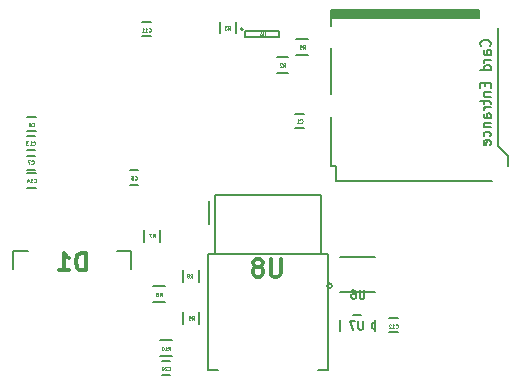
<source format=gbr>
G04 #@! TF.FileFunction,Legend,Bot*
%FSLAX46Y46*%
G04 Gerber Fmt 4.6, Leading zero omitted, Abs format (unit mm)*
G04 Created by KiCad (PCBNEW 4.0.2-stable) date 6/7/2016 9:19:05 AM*
%MOMM*%
G01*
G04 APERTURE LIST*
%ADD10C,0.100000*%
%ADD11C,0.300000*%
%ADD12C,0.175000*%
%ADD13C,0.075000*%
%ADD14C,0.150000*%
%ADD15C,0.177800*%
%ADD16C,0.152400*%
%ADD17C,0.200000*%
%ADD18C,0.203200*%
G04 APERTURE END LIST*
D10*
D11*
X65802857Y-80938571D02*
X65802857Y-82152857D01*
X65731429Y-82295714D01*
X65660000Y-82367143D01*
X65517143Y-82438571D01*
X65231429Y-82438571D01*
X65088571Y-82367143D01*
X65017143Y-82295714D01*
X64945714Y-82152857D01*
X64945714Y-80938571D01*
X64017142Y-81581429D02*
X64160000Y-81510000D01*
X64231428Y-81438571D01*
X64302857Y-81295714D01*
X64302857Y-81224286D01*
X64231428Y-81081429D01*
X64160000Y-81010000D01*
X64017142Y-80938571D01*
X63731428Y-80938571D01*
X63588571Y-81010000D01*
X63517142Y-81081429D01*
X63445714Y-81224286D01*
X63445714Y-81295714D01*
X63517142Y-81438571D01*
X63588571Y-81510000D01*
X63731428Y-81581429D01*
X64017142Y-81581429D01*
X64160000Y-81652857D01*
X64231428Y-81724286D01*
X64302857Y-81867143D01*
X64302857Y-82152857D01*
X64231428Y-82295714D01*
X64160000Y-82367143D01*
X64017142Y-82438571D01*
X63731428Y-82438571D01*
X63588571Y-82367143D01*
X63517142Y-82295714D01*
X63445714Y-82152857D01*
X63445714Y-81867143D01*
X63517142Y-81724286D01*
X63588571Y-81652857D01*
X63731428Y-81581429D01*
X49307142Y-81908571D02*
X49307142Y-80408571D01*
X48949999Y-80408571D01*
X48735714Y-80480000D01*
X48592856Y-80622857D01*
X48521428Y-80765714D01*
X48449999Y-81051429D01*
X48449999Y-81265714D01*
X48521428Y-81551429D01*
X48592856Y-81694286D01*
X48735714Y-81837143D01*
X48949999Y-81908571D01*
X49307142Y-81908571D01*
X47021428Y-81908571D02*
X47878571Y-81908571D01*
X47449999Y-81908571D02*
X47449999Y-80408571D01*
X47592856Y-80622857D01*
X47735714Y-80765714D01*
X47878571Y-80837143D01*
D12*
X72873333Y-83606667D02*
X72873333Y-84173333D01*
X72840000Y-84240000D01*
X72806667Y-84273333D01*
X72740000Y-84306667D01*
X72606667Y-84306667D01*
X72540000Y-84273333D01*
X72506667Y-84240000D01*
X72473333Y-84173333D01*
X72473333Y-83606667D01*
X71840000Y-83606667D02*
X71973334Y-83606667D01*
X72040000Y-83640000D01*
X72073334Y-83673333D01*
X72140000Y-83773333D01*
X72173334Y-83906667D01*
X72173334Y-84173333D01*
X72140000Y-84240000D01*
X72106667Y-84273333D01*
X72040000Y-84306667D01*
X71906667Y-84306667D01*
X71840000Y-84273333D01*
X71806667Y-84240000D01*
X71773334Y-84173333D01*
X71773334Y-84006667D01*
X71806667Y-83940000D01*
X71840000Y-83906667D01*
X71906667Y-83873333D01*
X72040000Y-83873333D01*
X72106667Y-83906667D01*
X72140000Y-83940000D01*
X72173334Y-84006667D01*
X72763333Y-86226667D02*
X72763333Y-86793333D01*
X72730000Y-86860000D01*
X72696667Y-86893333D01*
X72630000Y-86926667D01*
X72496667Y-86926667D01*
X72430000Y-86893333D01*
X72396667Y-86860000D01*
X72363333Y-86793333D01*
X72363333Y-86226667D01*
X72096667Y-86226667D02*
X71630000Y-86226667D01*
X71930000Y-86926667D01*
D13*
X75532857Y-86747143D02*
X75547143Y-86761429D01*
X75590000Y-86775714D01*
X75618571Y-86775714D01*
X75661428Y-86761429D01*
X75690000Y-86732857D01*
X75704285Y-86704286D01*
X75718571Y-86647143D01*
X75718571Y-86604286D01*
X75704285Y-86547143D01*
X75690000Y-86518571D01*
X75661428Y-86490000D01*
X75618571Y-86475714D01*
X75590000Y-86475714D01*
X75547143Y-86490000D01*
X75532857Y-86504286D01*
X75247143Y-86775714D02*
X75418571Y-86775714D01*
X75332857Y-86775714D02*
X75332857Y-86475714D01*
X75361428Y-86518571D01*
X75390000Y-86547143D01*
X75418571Y-86561429D01*
X75132857Y-86504286D02*
X75118571Y-86490000D01*
X75090000Y-86475714D01*
X75018571Y-86475714D01*
X74990000Y-86490000D01*
X74975714Y-86504286D01*
X74961429Y-86532857D01*
X74961429Y-86561429D01*
X74975714Y-86604286D01*
X75147143Y-86775714D01*
X74961429Y-86775714D01*
X56282857Y-90317143D02*
X56297143Y-90331429D01*
X56340000Y-90345714D01*
X56368571Y-90345714D01*
X56411428Y-90331429D01*
X56440000Y-90302857D01*
X56454285Y-90274286D01*
X56468571Y-90217143D01*
X56468571Y-90174286D01*
X56454285Y-90117143D01*
X56440000Y-90088571D01*
X56411428Y-90060000D01*
X56368571Y-90045714D01*
X56340000Y-90045714D01*
X56297143Y-90060000D01*
X56282857Y-90074286D01*
X56168571Y-90074286D02*
X56154285Y-90060000D01*
X56125714Y-90045714D01*
X56054285Y-90045714D01*
X56025714Y-90060000D01*
X56011428Y-90074286D01*
X55997143Y-90102857D01*
X55997143Y-90131429D01*
X56011428Y-90174286D01*
X56182857Y-90345714D01*
X55997143Y-90345714D01*
X55811429Y-90045714D02*
X55782857Y-90045714D01*
X55754286Y-90060000D01*
X55740000Y-90074286D01*
X55725714Y-90102857D01*
X55711429Y-90160000D01*
X55711429Y-90231429D01*
X55725714Y-90288571D01*
X55740000Y-90317143D01*
X55754286Y-90331429D01*
X55782857Y-90345714D01*
X55811429Y-90345714D01*
X55840000Y-90331429D01*
X55854286Y-90317143D01*
X55868571Y-90288571D01*
X55882857Y-90231429D01*
X55882857Y-90160000D01*
X55868571Y-90102857D01*
X55854286Y-90074286D01*
X55840000Y-90060000D01*
X55811429Y-90045714D01*
X56282857Y-88665714D02*
X56382857Y-88522857D01*
X56454285Y-88665714D02*
X56454285Y-88365714D01*
X56340000Y-88365714D01*
X56311428Y-88380000D01*
X56297143Y-88394286D01*
X56282857Y-88422857D01*
X56282857Y-88465714D01*
X56297143Y-88494286D01*
X56311428Y-88508571D01*
X56340000Y-88522857D01*
X56454285Y-88522857D01*
X55997143Y-88665714D02*
X56168571Y-88665714D01*
X56082857Y-88665714D02*
X56082857Y-88365714D01*
X56111428Y-88408571D01*
X56140000Y-88437143D01*
X56168571Y-88451429D01*
X55811429Y-88365714D02*
X55782857Y-88365714D01*
X55754286Y-88380000D01*
X55740000Y-88394286D01*
X55725714Y-88422857D01*
X55711429Y-88480000D01*
X55711429Y-88551429D01*
X55725714Y-88608571D01*
X55740000Y-88637143D01*
X55754286Y-88651429D01*
X55782857Y-88665714D01*
X55811429Y-88665714D01*
X55840000Y-88651429D01*
X55854286Y-88637143D01*
X55868571Y-88608571D01*
X55882857Y-88551429D01*
X55882857Y-88480000D01*
X55868571Y-88422857D01*
X55854286Y-88394286D01*
X55840000Y-88380000D01*
X55811429Y-88365714D01*
X58290000Y-86085714D02*
X58390000Y-85942857D01*
X58461428Y-86085714D02*
X58461428Y-85785714D01*
X58347143Y-85785714D01*
X58318571Y-85800000D01*
X58304286Y-85814286D01*
X58290000Y-85842857D01*
X58290000Y-85885714D01*
X58304286Y-85914286D01*
X58318571Y-85928571D01*
X58347143Y-85942857D01*
X58461428Y-85942857D01*
X58147143Y-86085714D02*
X58090000Y-86085714D01*
X58061428Y-86071429D01*
X58047143Y-86057143D01*
X58018571Y-86014286D01*
X58004286Y-85957143D01*
X58004286Y-85842857D01*
X58018571Y-85814286D01*
X58032857Y-85800000D01*
X58061428Y-85785714D01*
X58118571Y-85785714D01*
X58147143Y-85800000D01*
X58161428Y-85814286D01*
X58175714Y-85842857D01*
X58175714Y-85914286D01*
X58161428Y-85942857D01*
X58147143Y-85957143D01*
X58118571Y-85971429D01*
X58061428Y-85971429D01*
X58032857Y-85957143D01*
X58018571Y-85942857D01*
X58004286Y-85914286D01*
X55540000Y-84085714D02*
X55640000Y-83942857D01*
X55711428Y-84085714D02*
X55711428Y-83785714D01*
X55597143Y-83785714D01*
X55568571Y-83800000D01*
X55554286Y-83814286D01*
X55540000Y-83842857D01*
X55540000Y-83885714D01*
X55554286Y-83914286D01*
X55568571Y-83928571D01*
X55597143Y-83942857D01*
X55711428Y-83942857D01*
X55282857Y-83785714D02*
X55340000Y-83785714D01*
X55368571Y-83800000D01*
X55382857Y-83814286D01*
X55411428Y-83857143D01*
X55425714Y-83914286D01*
X55425714Y-84028571D01*
X55411428Y-84057143D01*
X55397143Y-84071429D01*
X55368571Y-84085714D01*
X55311428Y-84085714D01*
X55282857Y-84071429D01*
X55268571Y-84057143D01*
X55254286Y-84028571D01*
X55254286Y-83957143D01*
X55268571Y-83928571D01*
X55282857Y-83914286D01*
X55311428Y-83900000D01*
X55368571Y-83900000D01*
X55397143Y-83914286D01*
X55411428Y-83928571D01*
X55425714Y-83957143D01*
X58160000Y-82515714D02*
X58260000Y-82372857D01*
X58331428Y-82515714D02*
X58331428Y-82215714D01*
X58217143Y-82215714D01*
X58188571Y-82230000D01*
X58174286Y-82244286D01*
X58160000Y-82272857D01*
X58160000Y-82315714D01*
X58174286Y-82344286D01*
X58188571Y-82358571D01*
X58217143Y-82372857D01*
X58331428Y-82372857D01*
X57988571Y-82344286D02*
X58017143Y-82330000D01*
X58031428Y-82315714D01*
X58045714Y-82287143D01*
X58045714Y-82272857D01*
X58031428Y-82244286D01*
X58017143Y-82230000D01*
X57988571Y-82215714D01*
X57931428Y-82215714D01*
X57902857Y-82230000D01*
X57888571Y-82244286D01*
X57874286Y-82272857D01*
X57874286Y-82287143D01*
X57888571Y-82315714D01*
X57902857Y-82330000D01*
X57931428Y-82344286D01*
X57988571Y-82344286D01*
X58017143Y-82358571D01*
X58031428Y-82372857D01*
X58045714Y-82401429D01*
X58045714Y-82458571D01*
X58031428Y-82487143D01*
X58017143Y-82501429D01*
X57988571Y-82515714D01*
X57931428Y-82515714D01*
X57902857Y-82501429D01*
X57888571Y-82487143D01*
X57874286Y-82458571D01*
X57874286Y-82401429D01*
X57888571Y-82372857D01*
X57902857Y-82358571D01*
X57931428Y-82344286D01*
X54960000Y-79085714D02*
X55060000Y-78942857D01*
X55131428Y-79085714D02*
X55131428Y-78785714D01*
X55017143Y-78785714D01*
X54988571Y-78800000D01*
X54974286Y-78814286D01*
X54960000Y-78842857D01*
X54960000Y-78885714D01*
X54974286Y-78914286D01*
X54988571Y-78928571D01*
X55017143Y-78942857D01*
X55131428Y-78942857D01*
X54860000Y-78785714D02*
X54660000Y-78785714D01*
X54788571Y-79085714D01*
X53430000Y-74197143D02*
X53444286Y-74211429D01*
X53487143Y-74225714D01*
X53515714Y-74225714D01*
X53558571Y-74211429D01*
X53587143Y-74182857D01*
X53601428Y-74154286D01*
X53615714Y-74097143D01*
X53615714Y-74054286D01*
X53601428Y-73997143D01*
X53587143Y-73968571D01*
X53558571Y-73940000D01*
X53515714Y-73925714D01*
X53487143Y-73925714D01*
X53444286Y-73940000D01*
X53430000Y-73954286D01*
X53158571Y-73925714D02*
X53301428Y-73925714D01*
X53315714Y-74068571D01*
X53301428Y-74054286D01*
X53272857Y-74040000D01*
X53201428Y-74040000D01*
X53172857Y-74054286D01*
X53158571Y-74068571D01*
X53144286Y-74097143D01*
X53144286Y-74168571D01*
X53158571Y-74197143D01*
X53172857Y-74211429D01*
X53201428Y-74225714D01*
X53272857Y-74225714D01*
X53301428Y-74211429D01*
X53315714Y-74197143D01*
X67460000Y-69387143D02*
X67474286Y-69401429D01*
X67517143Y-69415714D01*
X67545714Y-69415714D01*
X67588571Y-69401429D01*
X67617143Y-69372857D01*
X67631428Y-69344286D01*
X67645714Y-69287143D01*
X67645714Y-69244286D01*
X67631428Y-69187143D01*
X67617143Y-69158571D01*
X67588571Y-69130000D01*
X67545714Y-69115714D01*
X67517143Y-69115714D01*
X67474286Y-69130000D01*
X67460000Y-69144286D01*
X67174286Y-69415714D02*
X67345714Y-69415714D01*
X67260000Y-69415714D02*
X67260000Y-69115714D01*
X67288571Y-69158571D01*
X67317143Y-69187143D01*
X67345714Y-69201429D01*
X66010000Y-64675714D02*
X66110000Y-64532857D01*
X66181428Y-64675714D02*
X66181428Y-64375714D01*
X66067143Y-64375714D01*
X66038571Y-64390000D01*
X66024286Y-64404286D01*
X66010000Y-64432857D01*
X66010000Y-64475714D01*
X66024286Y-64504286D01*
X66038571Y-64518571D01*
X66067143Y-64532857D01*
X66181428Y-64532857D01*
X65895714Y-64404286D02*
X65881428Y-64390000D01*
X65852857Y-64375714D01*
X65781428Y-64375714D01*
X65752857Y-64390000D01*
X65738571Y-64404286D01*
X65724286Y-64432857D01*
X65724286Y-64461429D01*
X65738571Y-64504286D01*
X65910000Y-64675714D01*
X65724286Y-64675714D01*
X67680000Y-63135714D02*
X67780000Y-62992857D01*
X67851428Y-63135714D02*
X67851428Y-62835714D01*
X67737143Y-62835714D01*
X67708571Y-62850000D01*
X67694286Y-62864286D01*
X67680000Y-62892857D01*
X67680000Y-62935714D01*
X67694286Y-62964286D01*
X67708571Y-62978571D01*
X67737143Y-62992857D01*
X67851428Y-62992857D01*
X67408571Y-62835714D02*
X67551428Y-62835714D01*
X67565714Y-62978571D01*
X67551428Y-62964286D01*
X67522857Y-62950000D01*
X67451428Y-62950000D01*
X67422857Y-62964286D01*
X67408571Y-62978571D01*
X67394286Y-63007143D01*
X67394286Y-63078571D01*
X67408571Y-63107143D01*
X67422857Y-63121429D01*
X67451428Y-63135714D01*
X67522857Y-63135714D01*
X67551428Y-63121429D01*
X67565714Y-63107143D01*
X64508571Y-61755714D02*
X64508571Y-61998571D01*
X64494286Y-62027143D01*
X64480000Y-62041429D01*
X64451429Y-62055714D01*
X64394286Y-62055714D01*
X64365714Y-62041429D01*
X64351429Y-62027143D01*
X64337143Y-61998571D01*
X64337143Y-61755714D01*
X64065714Y-61855714D02*
X64065714Y-62055714D01*
X64137143Y-61741429D02*
X64208571Y-61955714D01*
X64022857Y-61955714D01*
X61350000Y-61525714D02*
X61450000Y-61382857D01*
X61521428Y-61525714D02*
X61521428Y-61225714D01*
X61407143Y-61225714D01*
X61378571Y-61240000D01*
X61364286Y-61254286D01*
X61350000Y-61282857D01*
X61350000Y-61325714D01*
X61364286Y-61354286D01*
X61378571Y-61368571D01*
X61407143Y-61382857D01*
X61521428Y-61382857D01*
X61250000Y-61225714D02*
X61064286Y-61225714D01*
X61164286Y-61340000D01*
X61121428Y-61340000D01*
X61092857Y-61354286D01*
X61078571Y-61368571D01*
X61064286Y-61397143D01*
X61064286Y-61468571D01*
X61078571Y-61497143D01*
X61092857Y-61511429D01*
X61121428Y-61525714D01*
X61207143Y-61525714D01*
X61235714Y-61511429D01*
X61250000Y-61497143D01*
X54612857Y-61657143D02*
X54627143Y-61671429D01*
X54670000Y-61685714D01*
X54698571Y-61685714D01*
X54741428Y-61671429D01*
X54770000Y-61642857D01*
X54784285Y-61614286D01*
X54798571Y-61557143D01*
X54798571Y-61514286D01*
X54784285Y-61457143D01*
X54770000Y-61428571D01*
X54741428Y-61400000D01*
X54698571Y-61385714D01*
X54670000Y-61385714D01*
X54627143Y-61400000D01*
X54612857Y-61414286D01*
X54327143Y-61685714D02*
X54498571Y-61685714D01*
X54412857Y-61685714D02*
X54412857Y-61385714D01*
X54441428Y-61428571D01*
X54470000Y-61457143D01*
X54498571Y-61471429D01*
X54041429Y-61685714D02*
X54212857Y-61685714D01*
X54127143Y-61685714D02*
X54127143Y-61385714D01*
X54155714Y-61428571D01*
X54184286Y-61457143D01*
X54212857Y-61471429D01*
X44892857Y-74437143D02*
X44907143Y-74451429D01*
X44950000Y-74465714D01*
X44978571Y-74465714D01*
X45021428Y-74451429D01*
X45050000Y-74422857D01*
X45064285Y-74394286D01*
X45078571Y-74337143D01*
X45078571Y-74294286D01*
X45064285Y-74237143D01*
X45050000Y-74208571D01*
X45021428Y-74180000D01*
X44978571Y-74165714D01*
X44950000Y-74165714D01*
X44907143Y-74180000D01*
X44892857Y-74194286D01*
X44607143Y-74465714D02*
X44778571Y-74465714D01*
X44692857Y-74465714D02*
X44692857Y-74165714D01*
X44721428Y-74208571D01*
X44750000Y-74237143D01*
X44778571Y-74251429D01*
X44350000Y-74265714D02*
X44350000Y-74465714D01*
X44421429Y-74151429D02*
X44492857Y-74365714D01*
X44307143Y-74365714D01*
X44700000Y-72867143D02*
X44714286Y-72881429D01*
X44757143Y-72895714D01*
X44785714Y-72895714D01*
X44828571Y-72881429D01*
X44857143Y-72852857D01*
X44871428Y-72824286D01*
X44885714Y-72767143D01*
X44885714Y-72724286D01*
X44871428Y-72667143D01*
X44857143Y-72638571D01*
X44828571Y-72610000D01*
X44785714Y-72595714D01*
X44757143Y-72595714D01*
X44714286Y-72610000D01*
X44700000Y-72624286D01*
X44600000Y-72595714D02*
X44400000Y-72595714D01*
X44528571Y-72895714D01*
X44822857Y-71257143D02*
X44837143Y-71271429D01*
X44880000Y-71285714D01*
X44908571Y-71285714D01*
X44951428Y-71271429D01*
X44980000Y-71242857D01*
X44994285Y-71214286D01*
X45008571Y-71157143D01*
X45008571Y-71114286D01*
X44994285Y-71057143D01*
X44980000Y-71028571D01*
X44951428Y-71000000D01*
X44908571Y-70985714D01*
X44880000Y-70985714D01*
X44837143Y-71000000D01*
X44822857Y-71014286D01*
X44537143Y-71285714D02*
X44708571Y-71285714D01*
X44622857Y-71285714D02*
X44622857Y-70985714D01*
X44651428Y-71028571D01*
X44680000Y-71057143D01*
X44708571Y-71071429D01*
X44437143Y-70985714D02*
X44251429Y-70985714D01*
X44351429Y-71100000D01*
X44308571Y-71100000D01*
X44280000Y-71114286D01*
X44265714Y-71128571D01*
X44251429Y-71157143D01*
X44251429Y-71228571D01*
X44265714Y-71257143D01*
X44280000Y-71271429D01*
X44308571Y-71285714D01*
X44394286Y-71285714D01*
X44422857Y-71271429D01*
X44437143Y-71257143D01*
X44740000Y-69687143D02*
X44754286Y-69701429D01*
X44797143Y-69715714D01*
X44825714Y-69715714D01*
X44868571Y-69701429D01*
X44897143Y-69672857D01*
X44911428Y-69644286D01*
X44925714Y-69587143D01*
X44925714Y-69544286D01*
X44911428Y-69487143D01*
X44897143Y-69458571D01*
X44868571Y-69430000D01*
X44825714Y-69415714D01*
X44797143Y-69415714D01*
X44754286Y-69430000D01*
X44740000Y-69444286D01*
X44568571Y-69544286D02*
X44597143Y-69530000D01*
X44611428Y-69515714D01*
X44625714Y-69487143D01*
X44625714Y-69472857D01*
X44611428Y-69444286D01*
X44597143Y-69430000D01*
X44568571Y-69415714D01*
X44511428Y-69415714D01*
X44482857Y-69430000D01*
X44468571Y-69444286D01*
X44454286Y-69472857D01*
X44454286Y-69487143D01*
X44468571Y-69515714D01*
X44482857Y-69530000D01*
X44511428Y-69544286D01*
X44568571Y-69544286D01*
X44597143Y-69558571D01*
X44611428Y-69572857D01*
X44625714Y-69601429D01*
X44625714Y-69658571D01*
X44611428Y-69687143D01*
X44597143Y-69701429D01*
X44568571Y-69715714D01*
X44511428Y-69715714D01*
X44482857Y-69701429D01*
X44468571Y-69687143D01*
X44454286Y-69658571D01*
X44454286Y-69601429D01*
X44468571Y-69572857D01*
X44482857Y-69558571D01*
X44511428Y-69544286D01*
D14*
X67050000Y-69860000D02*
X67750000Y-69860000D01*
X67750000Y-68660000D02*
X67050000Y-68660000D01*
X53720000Y-73440000D02*
X53020000Y-73440000D01*
X53020000Y-74640000D02*
X53720000Y-74640000D01*
X44305001Y-73385000D02*
X45005001Y-73385000D01*
X45005001Y-72185000D02*
X44305001Y-72185000D01*
X44360000Y-70120000D02*
X45060000Y-70120000D01*
X45060000Y-68920000D02*
X44360000Y-68920000D01*
X54090000Y-62090000D02*
X54790000Y-62090000D01*
X54790000Y-60890000D02*
X54090000Y-60890000D01*
X75010000Y-87160000D02*
X75710000Y-87160000D01*
X75710000Y-85960000D02*
X75010000Y-85960000D01*
X45000000Y-70500000D02*
X44300000Y-70500000D01*
X44300000Y-71700000D02*
X45000000Y-71700000D01*
X45060000Y-73690000D02*
X44360000Y-73690000D01*
X44360000Y-74890000D02*
X45060000Y-74890000D01*
X55750000Y-90760000D02*
X56450000Y-90760000D01*
X56450000Y-89560000D02*
X55750000Y-89560000D01*
X53160000Y-80260000D02*
X51910000Y-80260000D01*
X53160000Y-80260000D02*
X53160000Y-81760000D01*
X43160000Y-80260000D02*
X43160000Y-81760000D01*
X43160000Y-80260000D02*
X44410000Y-80260000D01*
X66460000Y-63855000D02*
X65460000Y-63855000D01*
X65460000Y-65205000D02*
X66460000Y-65205000D01*
X61985000Y-61840000D02*
X61985000Y-60840000D01*
X60635000Y-60840000D02*
X60635000Y-61840000D01*
X67110000Y-63655000D02*
X68110000Y-63655000D01*
X68110000Y-62305000D02*
X67110000Y-62305000D01*
X55020000Y-84555000D02*
X56020000Y-84555000D01*
X56020000Y-83205000D02*
X55020000Y-83205000D01*
X54245000Y-78490000D02*
X54245000Y-79490000D01*
X55595000Y-79490000D02*
X55595000Y-78490000D01*
X57505000Y-81900000D02*
X57505000Y-82900000D01*
X58855000Y-82900000D02*
X58855000Y-81900000D01*
X58895000Y-86430000D02*
X58895000Y-85430000D01*
X57545000Y-85430000D02*
X57545000Y-86430000D01*
X55570000Y-89155000D02*
X56570000Y-89155000D01*
X56570000Y-87805000D02*
X55570000Y-87805000D01*
D15*
X70119780Y-60399560D02*
X82570860Y-60399560D01*
X82619120Y-60300500D02*
X70068980Y-60300500D01*
X70119780Y-60049040D02*
X82570860Y-60049040D01*
X70068980Y-59899180D02*
X70068980Y-60150640D01*
X82619120Y-59899180D02*
X70068980Y-59899180D01*
X82619120Y-60501160D02*
X70068980Y-60501160D01*
X82619120Y-59899180D02*
X82619120Y-60501160D01*
X70068980Y-73048760D02*
X70470300Y-73048760D01*
X83718940Y-74300980D02*
X70470300Y-74300980D01*
X70470300Y-74300980D02*
X70470300Y-73048760D01*
X84171060Y-61349520D02*
X84171060Y-71349500D01*
X84171060Y-71349500D02*
X85019420Y-72200400D01*
X85019420Y-72200400D02*
X85019420Y-73048760D01*
X70068980Y-68900940D02*
X70068980Y-73048760D01*
X70068980Y-63099580D02*
X70068980Y-67001020D01*
X70068980Y-60150640D02*
X70068980Y-61199660D01*
X82619120Y-60150640D02*
X70068980Y-60150640D01*
D14*
X62590000Y-61490000D02*
G75*
G03X62590000Y-61490000I-100000J0D01*
G01*
X62740000Y-62140000D02*
X62740000Y-61640000D01*
X65640000Y-62140000D02*
X62740000Y-62140000D01*
X65640000Y-61640000D02*
X65640000Y-62140000D01*
X62740000Y-61640000D02*
X65640000Y-61640000D01*
D16*
X70821400Y-80771400D02*
X73818600Y-80771400D01*
X73818600Y-83768600D02*
X70821400Y-83768600D01*
X70135600Y-83209800D02*
G75*
G03X69729200Y-83209800I-203200J0D01*
G01*
X69729200Y-83209800D02*
G75*
G03X70135600Y-83209800I203200J0D01*
G01*
X70791400Y-87047200D02*
X70791400Y-86132800D01*
X71959800Y-85726400D02*
X72620200Y-85726400D01*
X73788600Y-86132800D02*
X73788600Y-86285200D01*
X73788600Y-86285200D02*
X73788600Y-86894800D01*
X73788600Y-86894800D02*
X73788600Y-87047200D01*
X73788600Y-86285200D02*
G75*
G03X73788600Y-86894800I0J-304800D01*
G01*
D17*
X68980000Y-90370000D02*
X69810000Y-90370000D01*
X59730000Y-76020000D02*
X59730000Y-78020000D01*
X60230000Y-80520000D02*
X60230000Y-75490000D01*
X60230000Y-75490000D02*
X69230000Y-75490000D01*
X69230000Y-75490000D02*
X69230000Y-80520000D01*
X69810000Y-90370000D02*
X69810000Y-80520000D01*
X69810000Y-80520000D02*
X59650000Y-80520000D01*
X59650000Y-80520000D02*
X59650000Y-90370000D01*
X59650000Y-90370000D02*
X60480000Y-90370000D01*
D18*
X83491429Y-62913677D02*
X83532552Y-62872553D01*
X83573676Y-62749182D01*
X83573676Y-62666934D01*
X83532552Y-62543562D01*
X83450305Y-62461315D01*
X83368057Y-62420191D01*
X83203562Y-62379067D01*
X83080190Y-62379067D01*
X82915695Y-62420191D01*
X82833448Y-62461315D01*
X82751200Y-62543562D01*
X82710076Y-62666934D01*
X82710076Y-62749182D01*
X82751200Y-62872553D01*
X82792324Y-62913677D01*
X83573676Y-63653905D02*
X83121314Y-63653905D01*
X83039067Y-63612782D01*
X82997943Y-63530534D01*
X82997943Y-63366039D01*
X83039067Y-63283791D01*
X83532552Y-63653905D02*
X83573676Y-63571658D01*
X83573676Y-63366039D01*
X83532552Y-63283791D01*
X83450305Y-63242667D01*
X83368057Y-63242667D01*
X83285810Y-63283791D01*
X83244686Y-63366039D01*
X83244686Y-63571658D01*
X83203562Y-63653905D01*
X83573676Y-64065143D02*
X82997943Y-64065143D01*
X83162438Y-64065143D02*
X83080190Y-64106267D01*
X83039067Y-64147391D01*
X82997943Y-64229638D01*
X82997943Y-64311886D01*
X83573676Y-64969867D02*
X82710076Y-64969867D01*
X83532552Y-64969867D02*
X83573676Y-64887620D01*
X83573676Y-64723124D01*
X83532552Y-64640877D01*
X83491429Y-64599753D01*
X83409181Y-64558629D01*
X83162438Y-64558629D01*
X83080190Y-64599753D01*
X83039067Y-64640877D01*
X82997943Y-64723124D01*
X82997943Y-64887620D01*
X83039067Y-64969867D01*
X83121314Y-66039086D02*
X83121314Y-66326953D01*
X83573676Y-66450324D02*
X83573676Y-66039086D01*
X82710076Y-66039086D01*
X82710076Y-66450324D01*
X82997943Y-66820438D02*
X83573676Y-66820438D01*
X83080190Y-66820438D02*
X83039067Y-66861562D01*
X82997943Y-66943809D01*
X82997943Y-67067181D01*
X83039067Y-67149429D01*
X83121314Y-67190552D01*
X83573676Y-67190552D01*
X82997943Y-67478419D02*
X82997943Y-67807409D01*
X82710076Y-67601790D02*
X83450305Y-67601790D01*
X83532552Y-67642914D01*
X83573676Y-67725161D01*
X83573676Y-67807409D01*
X83573676Y-68095276D02*
X82997943Y-68095276D01*
X83162438Y-68095276D02*
X83080190Y-68136400D01*
X83039067Y-68177524D01*
X82997943Y-68259771D01*
X82997943Y-68342019D01*
X83573676Y-69000000D02*
X83121314Y-69000000D01*
X83039067Y-68958877D01*
X82997943Y-68876629D01*
X82997943Y-68712134D01*
X83039067Y-68629886D01*
X83532552Y-69000000D02*
X83573676Y-68917753D01*
X83573676Y-68712134D01*
X83532552Y-68629886D01*
X83450305Y-68588762D01*
X83368057Y-68588762D01*
X83285810Y-68629886D01*
X83244686Y-68712134D01*
X83244686Y-68917753D01*
X83203562Y-69000000D01*
X82997943Y-69411238D02*
X83573676Y-69411238D01*
X83080190Y-69411238D02*
X83039067Y-69452362D01*
X82997943Y-69534609D01*
X82997943Y-69657981D01*
X83039067Y-69740229D01*
X83121314Y-69781352D01*
X83573676Y-69781352D01*
X83532552Y-70562704D02*
X83573676Y-70480457D01*
X83573676Y-70315961D01*
X83532552Y-70233714D01*
X83491429Y-70192590D01*
X83409181Y-70151466D01*
X83162438Y-70151466D01*
X83080190Y-70192590D01*
X83039067Y-70233714D01*
X82997943Y-70315961D01*
X82997943Y-70480457D01*
X83039067Y-70562704D01*
X83532552Y-71261810D02*
X83573676Y-71179562D01*
X83573676Y-71015067D01*
X83532552Y-70932819D01*
X83450305Y-70891695D01*
X83121314Y-70891695D01*
X83039067Y-70932819D01*
X82997943Y-71015067D01*
X82997943Y-71179562D01*
X83039067Y-71261810D01*
X83121314Y-71302933D01*
X83203562Y-71302933D01*
X83285810Y-70891695D01*
M02*

</source>
